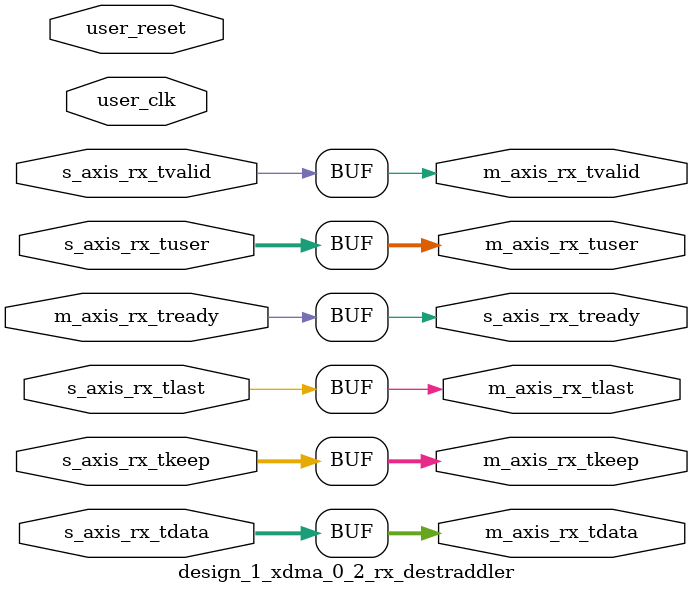
<source format=sv>


`timescale 1ps/1ps

module design_1_xdma_0_2_rx_destraddler #(
  parameter C_AXI_DATA_WIDTH = 64,                     // RX/TX interface data width
  parameter C_KEEP_WIDTH     = C_AXI_DATA_WIDTH/8,     // TKEEP width
  parameter TCQ              = 1                       // Clock to Q time

  ) (

  input                         user_clk,
  input                         user_reset,

  //-------------------------------------------------
  // AXI-S RX Interface from PCIe Hard Block
  //-------------------------------------------------
  input  [C_AXI_DATA_WIDTH-1:0] s_axis_rx_tdata,       // RX data
  input                         s_axis_rx_tvalid,      // RX data is valid
  output reg                    s_axis_rx_tready,      // RX ready for data
  input      [C_KEEP_WIDTH-1:0] s_axis_rx_tkeep,       // RX strobe byte enables
  input                         s_axis_rx_tlast,       // RX data is last
  input                  [21:0] s_axis_rx_tuser,       // RX user signals

  //-------------------------------------------------
  // AXI-S RX Interface to RX Demux
  //-------------------------------------------------
  output reg [C_AXI_DATA_WIDTH-1:0] m_axis_rx_tdata,       // RX data
  output reg                        m_axis_rx_tvalid,      // RX data is valid
  input                             m_axis_rx_tready,      // RX ready for data
  output reg    [C_KEEP_WIDTH-1:0]  m_axis_rx_tkeep,       // RX strobe byte enables
  output reg                        m_axis_rx_tlast,       // RX data is last
  output reg                [21:0]  m_axis_rx_tuser        // RX user signals

);

generate
if(C_AXI_DATA_WIDTH == 128) begin : data_width_128

  // Local parameters

  localparam NORMAL_PACKET    = 2'b00;
  localparam STRADDLED_PACKET = 2'b01;
  localparam THROTTLE_TLP     = 2'b10;

  // Wire and Register Declarations

  reg [1:0]  state;
  reg [63:0] prev_data_half;
  reg [7:0]  prev_keep_half;
  reg [21:0] prev_user_half;


  always @(posedge user_clk) begin

    if (user_reset) begin

      state <= #TCQ NORMAL_PACKET;

    end else begin

      if (m_axis_rx_tready) begin

        // Store higher DWs in case it's straddled packet
        prev_data_half <= #TCQ s_axis_rx_tdata[127:64];
        prev_keep_half <= #TCQ s_axis_rx_tkeep[15:8];
        prev_user_half <= #TCQ s_axis_rx_tuser;

        case (state)

        NORMAL_PACKET: begin

          if (s_axis_rx_tuser[14] && s_axis_rx_tuser[13]) begin // SOF && Start @ DW2/3

            state           <= #TCQ STRADDLED_PACKET;

          end

        end // NORMAL_PACKET

        STRADDLED_PACKET: begin

          if (s_axis_rx_tuser[21] && !s_axis_rx_tuser[14]) begin // EOF && !SOF

            if (s_axis_rx_tuser[20]) begin          // EOF @ DW2/3
              state           <= #TCQ THROTTLE_TLP;
            end else begin                          // EOF @ DW0/1
              state           <= #TCQ NORMAL_PACKET;
            end

          end // EOF && !SOF

          // Note for all possible conditions in this state:
          // else if EOF && SOF  : SOF can only start @ DW2/3, so EOF can only be @ DW0/1. Stay in this state
          // else if !EOF && SOF : Will never have SOF only in this state. Stay in this state
          // else if !EOF && !SOF: No change. Stay in this state

        end // STRADDLED_PACKET

        THROTTLE_TLP: begin

          state <= #TCQ NORMAL_PACKET;

        end // THROTTLE_TLP

        default: begin

          state <= #TCQ NORMAL_PACKET;

        end // default

        endcase

      end // s_axis_rx_tready
    end // reset
  end // always

  always @(*) begin

      case (state)

      NORMAL_PACKET: begin

        m_axis_rx_tdata  = s_axis_rx_tdata;
        m_axis_rx_tvalid = s_axis_rx_tvalid;
        s_axis_rx_tready = m_axis_rx_tready;
        m_axis_rx_tkeep  =   (s_axis_rx_tuser[20:19] == 2'b00) ? 16'h000F :
                           ( (s_axis_rx_tuser[20:19] == 2'b01) ? 16'h00FF :
                           ( (s_axis_rx_tuser[20:19] == 2'b10) ? 16'h0FFF :
                                                                 16'hFFFF ));

        m_axis_rx_tlast  = s_axis_rx_tuser[21];

        // If EOF or (EOF and SOF), zero out SOF field. If SOF, the EOF field is already zero in this state
        m_axis_rx_tuser  = s_axis_rx_tuser[21] ? ( {s_axis_rx_tuser[21:15], 5'b0, s_axis_rx_tuser[9:0]} ) :
                                                 ( s_axis_rx_tuser                                      ) ;

      end

      STRADDLED_PACKET: begin

        m_axis_rx_tdata  = {s_axis_rx_tdata[63:0], prev_data_half};
        m_axis_rx_tvalid = s_axis_rx_tvalid;
        s_axis_rx_tready = m_axis_rx_tready;

        m_axis_rx_tkeep  = { ((s_axis_rx_tuser[20:19] == 2'b00) ? 8'h0F : 8'hFF),
                             8'hFF
                           };

        m_axis_rx_tlast  = (s_axis_rx_tuser[21] && s_axis_rx_tuser[20]) ? 1'b0 : 1'b1;

        // If SOF seen previously, zero out EOF. If EOF or (EOF and SOF) currently, zero out SOF field.
        m_axis_rx_tuser  = prev_user_half[14] ? {5'b0, prev_user_half[16:0]} :
                                                ( s_axis_rx_tuser[21] ? ( {s_axis_rx_tuser[21:15], 5'b0, s_axis_rx_tuser[9:0]} ) :
                                                                        ( s_axis_rx_tuser                                      )
                                                );

      end

      THROTTLE_TLP: begin

        m_axis_rx_tdata  = {64'h0, prev_data_half};
        m_axis_rx_tvalid = 1'b1;
        s_axis_rx_tready = 1'b0;

        m_axis_rx_tkeep  = { 8'h0, 
                             ((prev_user_half[20:19] == 2'b00) ? 8'h0F : 8'hFF)
                           };

        m_axis_rx_tlast  = 1'b1;
        m_axis_rx_tuser  = {prev_user_half[21:15], 5'b0, prev_user_half[9:0]}; // Zero out SOF field

      end

      default: begin

        m_axis_rx_tdata  = s_axis_rx_tdata;
        m_axis_rx_tvalid = s_axis_rx_tvalid;
        s_axis_rx_tready = m_axis_rx_tready;
        m_axis_rx_tkeep  = s_axis_rx_tkeep;
        m_axis_rx_tlast  = s_axis_rx_tuser[21];
        m_axis_rx_tuser  = s_axis_rx_tuser;

      end

      endcase

  end // always

end // data_width_128
else begin: data_width_64

  // No straddling in 64-bit mode. Pass through all signals as is
  always @(*) begin

    m_axis_rx_tdata  = s_axis_rx_tdata;
    m_axis_rx_tvalid = s_axis_rx_tvalid;
    s_axis_rx_tready = m_axis_rx_tready;
    m_axis_rx_tkeep  = s_axis_rx_tkeep;
    m_axis_rx_tlast  = s_axis_rx_tlast;
    m_axis_rx_tuser  = s_axis_rx_tuser;

  end // always

end // data_width_64
endgenerate

endmodule

</source>
